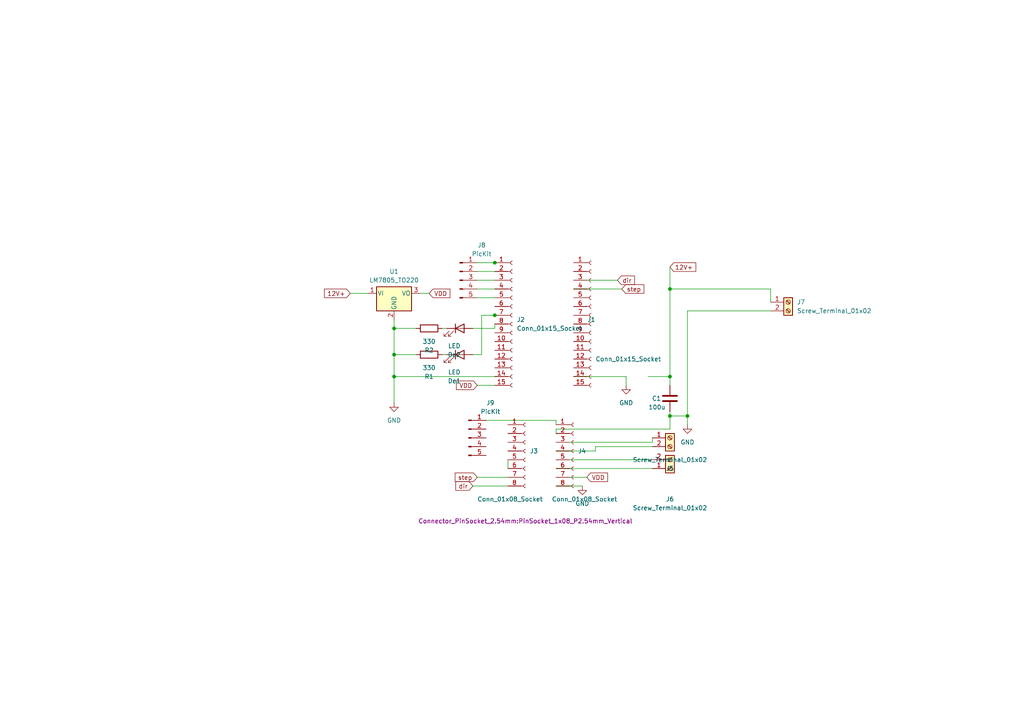
<source format=kicad_sch>
(kicad_sch (version 20230121) (generator eeschema)

  (uuid 48b40963-0e9b-4d77-a4d8-dad81e97b8d5)

  (paper "A4")

  (lib_symbols
    (symbol "Connector:Conn_01x05_Pin" (pin_names (offset 1.016) hide) (in_bom yes) (on_board yes)
      (property "Reference" "J" (at 0 7.62 0)
        (effects (font (size 1.27 1.27)))
      )
      (property "Value" "Conn_01x05_Pin" (at 0 -7.62 0)
        (effects (font (size 1.27 1.27)))
      )
      (property "Footprint" "" (at 0 0 0)
        (effects (font (size 1.27 1.27)) hide)
      )
      (property "Datasheet" "~" (at 0 0 0)
        (effects (font (size 1.27 1.27)) hide)
      )
      (property "ki_locked" "" (at 0 0 0)
        (effects (font (size 1.27 1.27)))
      )
      (property "ki_keywords" "connector" (at 0 0 0)
        (effects (font (size 1.27 1.27)) hide)
      )
      (property "ki_description" "Generic connector, single row, 01x05, script generated" (at 0 0 0)
        (effects (font (size 1.27 1.27)) hide)
      )
      (property "ki_fp_filters" "Connector*:*_1x??_*" (at 0 0 0)
        (effects (font (size 1.27 1.27)) hide)
      )
      (symbol "Conn_01x05_Pin_1_1"
        (polyline
          (pts
            (xy 1.27 -5.08)
            (xy 0.8636 -5.08)
          )
          (stroke (width 0.1524) (type default))
          (fill (type none))
        )
        (polyline
          (pts
            (xy 1.27 -2.54)
            (xy 0.8636 -2.54)
          )
          (stroke (width 0.1524) (type default))
          (fill (type none))
        )
        (polyline
          (pts
            (xy 1.27 0)
            (xy 0.8636 0)
          )
          (stroke (width 0.1524) (type default))
          (fill (type none))
        )
        (polyline
          (pts
            (xy 1.27 2.54)
            (xy 0.8636 2.54)
          )
          (stroke (width 0.1524) (type default))
          (fill (type none))
        )
        (polyline
          (pts
            (xy 1.27 5.08)
            (xy 0.8636 5.08)
          )
          (stroke (width 0.1524) (type default))
          (fill (type none))
        )
        (rectangle (start 0.8636 -4.953) (end 0 -5.207)
          (stroke (width 0.1524) (type default))
          (fill (type outline))
        )
        (rectangle (start 0.8636 -2.413) (end 0 -2.667)
          (stroke (width 0.1524) (type default))
          (fill (type outline))
        )
        (rectangle (start 0.8636 0.127) (end 0 -0.127)
          (stroke (width 0.1524) (type default))
          (fill (type outline))
        )
        (rectangle (start 0.8636 2.667) (end 0 2.413)
          (stroke (width 0.1524) (type default))
          (fill (type outline))
        )
        (rectangle (start 0.8636 5.207) (end 0 4.953)
          (stroke (width 0.1524) (type default))
          (fill (type outline))
        )
        (pin passive line (at 5.08 5.08 180) (length 3.81)
          (name "Pin_1" (effects (font (size 1.27 1.27))))
          (number "1" (effects (font (size 1.27 1.27))))
        )
        (pin passive line (at 5.08 2.54 180) (length 3.81)
          (name "Pin_2" (effects (font (size 1.27 1.27))))
          (number "2" (effects (font (size 1.27 1.27))))
        )
        (pin passive line (at 5.08 0 180) (length 3.81)
          (name "Pin_3" (effects (font (size 1.27 1.27))))
          (number "3" (effects (font (size 1.27 1.27))))
        )
        (pin passive line (at 5.08 -2.54 180) (length 3.81)
          (name "Pin_4" (effects (font (size 1.27 1.27))))
          (number "4" (effects (font (size 1.27 1.27))))
        )
        (pin passive line (at 5.08 -5.08 180) (length 3.81)
          (name "Pin_5" (effects (font (size 1.27 1.27))))
          (number "5" (effects (font (size 1.27 1.27))))
        )
      )
    )
    (symbol "Connector:Conn_01x08_Socket" (pin_names (offset 1.016) hide) (in_bom yes) (on_board yes)
      (property "Reference" "J" (at 0 10.16 0)
        (effects (font (size 1.27 1.27)))
      )
      (property "Value" "Conn_01x08_Socket" (at 0 -12.7 0)
        (effects (font (size 1.27 1.27)))
      )
      (property "Footprint" "" (at 0 0 0)
        (effects (font (size 1.27 1.27)) hide)
      )
      (property "Datasheet" "~" (at 0 0 0)
        (effects (font (size 1.27 1.27)) hide)
      )
      (property "ki_locked" "" (at 0 0 0)
        (effects (font (size 1.27 1.27)))
      )
      (property "ki_keywords" "connector" (at 0 0 0)
        (effects (font (size 1.27 1.27)) hide)
      )
      (property "ki_description" "Generic connector, single row, 01x08, script generated" (at 0 0 0)
        (effects (font (size 1.27 1.27)) hide)
      )
      (property "ki_fp_filters" "Connector*:*_1x??_*" (at 0 0 0)
        (effects (font (size 1.27 1.27)) hide)
      )
      (symbol "Conn_01x08_Socket_1_1"
        (arc (start 0 -9.652) (mid -0.5058 -10.16) (end 0 -10.668)
          (stroke (width 0.1524) (type default))
          (fill (type none))
        )
        (arc (start 0 -7.112) (mid -0.5058 -7.62) (end 0 -8.128)
          (stroke (width 0.1524) (type default))
          (fill (type none))
        )
        (arc (start 0 -4.572) (mid -0.5058 -5.08) (end 0 -5.588)
          (stroke (width 0.1524) (type default))
          (fill (type none))
        )
        (arc (start 0 -2.032) (mid -0.5058 -2.54) (end 0 -3.048)
          (stroke (width 0.1524) (type default))
          (fill (type none))
        )
        (polyline
          (pts
            (xy -1.27 -10.16)
            (xy -0.508 -10.16)
          )
          (stroke (width 0.1524) (type default))
          (fill (type none))
        )
        (polyline
          (pts
            (xy -1.27 -7.62)
            (xy -0.508 -7.62)
          )
          (stroke (width 0.1524) (type default))
          (fill (type none))
        )
        (polyline
          (pts
            (xy -1.27 -5.08)
            (xy -0.508 -5.08)
          )
          (stroke (width 0.1524) (type default))
          (fill (type none))
        )
        (polyline
          (pts
            (xy -1.27 -2.54)
            (xy -0.508 -2.54)
          )
          (stroke (width 0.1524) (type default))
          (fill (type none))
        )
        (polyline
          (pts
            (xy -1.27 0)
            (xy -0.508 0)
          )
          (stroke (width 0.1524) (type default))
          (fill (type none))
        )
        (polyline
          (pts
            (xy -1.27 2.54)
            (xy -0.508 2.54)
          )
          (stroke (width 0.1524) (type default))
          (fill (type none))
        )
        (polyline
          (pts
            (xy -1.27 5.08)
            (xy -0.508 5.08)
          )
          (stroke (width 0.1524) (type default))
          (fill (type none))
        )
        (polyline
          (pts
            (xy -1.27 7.62)
            (xy -0.508 7.62)
          )
          (stroke (width 0.1524) (type default))
          (fill (type none))
        )
        (arc (start 0 0.508) (mid -0.5058 0) (end 0 -0.508)
          (stroke (width 0.1524) (type default))
          (fill (type none))
        )
        (arc (start 0 3.048) (mid -0.5058 2.54) (end 0 2.032)
          (stroke (width 0.1524) (type default))
          (fill (type none))
        )
        (arc (start 0 5.588) (mid -0.5058 5.08) (end 0 4.572)
          (stroke (width 0.1524) (type default))
          (fill (type none))
        )
        (arc (start 0 8.128) (mid -0.5058 7.62) (end 0 7.112)
          (stroke (width 0.1524) (type default))
          (fill (type none))
        )
        (pin passive line (at -5.08 7.62 0) (length 3.81)
          (name "Pin_1" (effects (font (size 1.27 1.27))))
          (number "1" (effects (font (size 1.27 1.27))))
        )
        (pin passive line (at -5.08 5.08 0) (length 3.81)
          (name "Pin_2" (effects (font (size 1.27 1.27))))
          (number "2" (effects (font (size 1.27 1.27))))
        )
        (pin passive line (at -5.08 2.54 0) (length 3.81)
          (name "Pin_3" (effects (font (size 1.27 1.27))))
          (number "3" (effects (font (size 1.27 1.27))))
        )
        (pin passive line (at -5.08 0 0) (length 3.81)
          (name "Pin_4" (effects (font (size 1.27 1.27))))
          (number "4" (effects (font (size 1.27 1.27))))
        )
        (pin passive line (at -5.08 -2.54 0) (length 3.81)
          (name "Pin_5" (effects (font (size 1.27 1.27))))
          (number "5" (effects (font (size 1.27 1.27))))
        )
        (pin passive line (at -5.08 -5.08 0) (length 3.81)
          (name "Pin_6" (effects (font (size 1.27 1.27))))
          (number "6" (effects (font (size 1.27 1.27))))
        )
        (pin passive line (at -5.08 -7.62 0) (length 3.81)
          (name "Pin_7" (effects (font (size 1.27 1.27))))
          (number "7" (effects (font (size 1.27 1.27))))
        )
        (pin passive line (at -5.08 -10.16 0) (length 3.81)
          (name "Pin_8" (effects (font (size 1.27 1.27))))
          (number "8" (effects (font (size 1.27 1.27))))
        )
      )
    )
    (symbol "Connector:Conn_01x15_Socket" (pin_names (offset 1.016) hide) (in_bom yes) (on_board yes)
      (property "Reference" "J" (at 0 20.32 0)
        (effects (font (size 1.27 1.27)))
      )
      (property "Value" "Conn_01x15_Socket" (at 0 -20.32 0)
        (effects (font (size 1.27 1.27)))
      )
      (property "Footprint" "" (at 0 0 0)
        (effects (font (size 1.27 1.27)) hide)
      )
      (property "Datasheet" "~" (at 0 0 0)
        (effects (font (size 1.27 1.27)) hide)
      )
      (property "ki_locked" "" (at 0 0 0)
        (effects (font (size 1.27 1.27)))
      )
      (property "ki_keywords" "connector" (at 0 0 0)
        (effects (font (size 1.27 1.27)) hide)
      )
      (property "ki_description" "Generic connector, single row, 01x15, script generated" (at 0 0 0)
        (effects (font (size 1.27 1.27)) hide)
      )
      (property "ki_fp_filters" "Connector*:*_1x??_*" (at 0 0 0)
        (effects (font (size 1.27 1.27)) hide)
      )
      (symbol "Conn_01x15_Socket_1_1"
        (arc (start 0 -17.272) (mid -0.5058 -17.78) (end 0 -18.288)
          (stroke (width 0.1524) (type default))
          (fill (type none))
        )
        (arc (start 0 -14.732) (mid -0.5058 -15.24) (end 0 -15.748)
          (stroke (width 0.1524) (type default))
          (fill (type none))
        )
        (arc (start 0 -12.192) (mid -0.5058 -12.7) (end 0 -13.208)
          (stroke (width 0.1524) (type default))
          (fill (type none))
        )
        (arc (start 0 -9.652) (mid -0.5058 -10.16) (end 0 -10.668)
          (stroke (width 0.1524) (type default))
          (fill (type none))
        )
        (arc (start 0 -7.112) (mid -0.5058 -7.62) (end 0 -8.128)
          (stroke (width 0.1524) (type default))
          (fill (type none))
        )
        (arc (start 0 -4.572) (mid -0.5058 -5.08) (end 0 -5.588)
          (stroke (width 0.1524) (type default))
          (fill (type none))
        )
        (arc (start 0 -2.032) (mid -0.5058 -2.54) (end 0 -3.048)
          (stroke (width 0.1524) (type default))
          (fill (type none))
        )
        (polyline
          (pts
            (xy -1.27 -17.78)
            (xy -0.508 -17.78)
          )
          (stroke (width 0.1524) (type default))
          (fill (type none))
        )
        (polyline
          (pts
            (xy -1.27 -15.24)
            (xy -0.508 -15.24)
          )
          (stroke (width 0.1524) (type default))
          (fill (type none))
        )
        (polyline
          (pts
            (xy -1.27 -12.7)
            (xy -0.508 -12.7)
          )
          (stroke (width 0.1524) (type default))
          (fill (type none))
        )
        (polyline
          (pts
            (xy -1.27 -10.16)
            (xy -0.508 -10.16)
          )
          (stroke (width 0.1524) (type default))
          (fill (type none))
        )
        (polyline
          (pts
            (xy -1.27 -7.62)
            (xy -0.508 -7.62)
          )
          (stroke (width 0.1524) (type default))
          (fill (type none))
        )
        (polyline
          (pts
            (xy -1.27 -5.08)
            (xy -0.508 -5.08)
          )
          (stroke (width 0.1524) (type default))
          (fill (type none))
        )
        (polyline
          (pts
            (xy -1.27 -2.54)
            (xy -0.508 -2.54)
          )
          (stroke (width 0.1524) (type default))
          (fill (type none))
        )
        (polyline
          (pts
            (xy -1.27 0)
            (xy -0.508 0)
          )
          (stroke (width 0.1524) (type default))
          (fill (type none))
        )
        (polyline
          (pts
            (xy -1.27 2.54)
            (xy -0.508 2.54)
          )
          (stroke (width 0.1524) (type default))
          (fill (type none))
        )
        (polyline
          (pts
            (xy -1.27 5.08)
            (xy -0.508 5.08)
          )
          (stroke (width 0.1524) (type default))
          (fill (type none))
        )
        (polyline
          (pts
            (xy -1.27 7.62)
            (xy -0.508 7.62)
          )
          (stroke (width 0.1524) (type default))
          (fill (type none))
        )
        (polyline
          (pts
            (xy -1.27 10.16)
            (xy -0.508 10.16)
          )
          (stroke (width 0.1524) (type default))
          (fill (type none))
        )
        (polyline
          (pts
            (xy -1.27 12.7)
            (xy -0.508 12.7)
          )
          (stroke (width 0.1524) (type default))
          (fill (type none))
        )
        (polyline
          (pts
            (xy -1.27 15.24)
            (xy -0.508 15.24)
          )
          (stroke (width 0.1524) (type default))
          (fill (type none))
        )
        (polyline
          (pts
            (xy -1.27 17.78)
            (xy -0.508 17.78)
          )
          (stroke (width 0.1524) (type default))
          (fill (type none))
        )
        (arc (start 0 0.508) (mid -0.5058 0) (end 0 -0.508)
          (stroke (width 0.1524) (type default))
          (fill (type none))
        )
        (arc (start 0 3.048) (mid -0.5058 2.54) (end 0 2.032)
          (stroke (width 0.1524) (type default))
          (fill (type none))
        )
        (arc (start 0 5.588) (mid -0.5058 5.08) (end 0 4.572)
          (stroke (width 0.1524) (type default))
          (fill (type none))
        )
        (arc (start 0 8.128) (mid -0.5058 7.62) (end 0 7.112)
          (stroke (width 0.1524) (type default))
          (fill (type none))
        )
        (arc (start 0 10.668) (mid -0.5058 10.16) (end 0 9.652)
          (stroke (width 0.1524) (type default))
          (fill (type none))
        )
        (arc (start 0 13.208) (mid -0.5058 12.7) (end 0 12.192)
          (stroke (width 0.1524) (type default))
          (fill (type none))
        )
        (arc (start 0 15.748) (mid -0.5058 15.24) (end 0 14.732)
          (stroke (width 0.1524) (type default))
          (fill (type none))
        )
        (arc (start 0 18.288) (mid -0.5058 17.78) (end 0 17.272)
          (stroke (width 0.1524) (type default))
          (fill (type none))
        )
        (pin passive line (at -5.08 17.78 0) (length 3.81)
          (name "Pin_1" (effects (font (size 1.27 1.27))))
          (number "1" (effects (font (size 1.27 1.27))))
        )
        (pin passive line (at -5.08 -5.08 0) (length 3.81)
          (name "Pin_10" (effects (font (size 1.27 1.27))))
          (number "10" (effects (font (size 1.27 1.27))))
        )
        (pin passive line (at -5.08 -7.62 0) (length 3.81)
          (name "Pin_11" (effects (font (size 1.27 1.27))))
          (number "11" (effects (font (size 1.27 1.27))))
        )
        (pin passive line (at -5.08 -10.16 0) (length 3.81)
          (name "Pin_12" (effects (font (size 1.27 1.27))))
          (number "12" (effects (font (size 1.27 1.27))))
        )
        (pin passive line (at -5.08 -12.7 0) (length 3.81)
          (name "Pin_13" (effects (font (size 1.27 1.27))))
          (number "13" (effects (font (size 1.27 1.27))))
        )
        (pin passive line (at -5.08 -15.24 0) (length 3.81)
          (name "Pin_14" (effects (font (size 1.27 1.27))))
          (number "14" (effects (font (size 1.27 1.27))))
        )
        (pin passive line (at -5.08 -17.78 0) (length 3.81)
          (name "Pin_15" (effects (font (size 1.27 1.27))))
          (number "15" (effects (font (size 1.27 1.27))))
        )
        (pin passive line (at -5.08 15.24 0) (length 3.81)
          (name "Pin_2" (effects (font (size 1.27 1.27))))
          (number "2" (effects (font (size 1.27 1.27))))
        )
        (pin passive line (at -5.08 12.7 0) (length 3.81)
          (name "Pin_3" (effects (font (size 1.27 1.27))))
          (number "3" (effects (font (size 1.27 1.27))))
        )
        (pin passive line (at -5.08 10.16 0) (length 3.81)
          (name "Pin_4" (effects (font (size 1.27 1.27))))
          (number "4" (effects (font (size 1.27 1.27))))
        )
        (pin passive line (at -5.08 7.62 0) (length 3.81)
          (name "Pin_5" (effects (font (size 1.27 1.27))))
          (number "5" (effects (font (size 1.27 1.27))))
        )
        (pin passive line (at -5.08 5.08 0) (length 3.81)
          (name "Pin_6" (effects (font (size 1.27 1.27))))
          (number "6" (effects (font (size 1.27 1.27))))
        )
        (pin passive line (at -5.08 2.54 0) (length 3.81)
          (name "Pin_7" (effects (font (size 1.27 1.27))))
          (number "7" (effects (font (size 1.27 1.27))))
        )
        (pin passive line (at -5.08 0 0) (length 3.81)
          (name "Pin_8" (effects (font (size 1.27 1.27))))
          (number "8" (effects (font (size 1.27 1.27))))
        )
        (pin passive line (at -5.08 -2.54 0) (length 3.81)
          (name "Pin_9" (effects (font (size 1.27 1.27))))
          (number "9" (effects (font (size 1.27 1.27))))
        )
      )
    )
    (symbol "Connector:Screw_Terminal_01x02" (pin_names (offset 1.016) hide) (in_bom yes) (on_board yes)
      (property "Reference" "J" (at 0 2.54 0)
        (effects (font (size 1.27 1.27)))
      )
      (property "Value" "Screw_Terminal_01x02" (at 0 -5.08 0)
        (effects (font (size 1.27 1.27)))
      )
      (property "Footprint" "" (at 0 0 0)
        (effects (font (size 1.27 1.27)) hide)
      )
      (property "Datasheet" "~" (at 0 0 0)
        (effects (font (size 1.27 1.27)) hide)
      )
      (property "ki_keywords" "screw terminal" (at 0 0 0)
        (effects (font (size 1.27 1.27)) hide)
      )
      (property "ki_description" "Generic screw terminal, single row, 01x02, script generated (kicad-library-utils/schlib/autogen/connector/)" (at 0 0 0)
        (effects (font (size 1.27 1.27)) hide)
      )
      (property "ki_fp_filters" "TerminalBlock*:*" (at 0 0 0)
        (effects (font (size 1.27 1.27)) hide)
      )
      (symbol "Screw_Terminal_01x02_1_1"
        (rectangle (start -1.27 1.27) (end 1.27 -3.81)
          (stroke (width 0.254) (type default))
          (fill (type background))
        )
        (circle (center 0 -2.54) (radius 0.635)
          (stroke (width 0.1524) (type default))
          (fill (type none))
        )
        (polyline
          (pts
            (xy -0.5334 -2.2098)
            (xy 0.3302 -3.048)
          )
          (stroke (width 0.1524) (type default))
          (fill (type none))
        )
        (polyline
          (pts
            (xy -0.5334 0.3302)
            (xy 0.3302 -0.508)
          )
          (stroke (width 0.1524) (type default))
          (fill (type none))
        )
        (polyline
          (pts
            (xy -0.3556 -2.032)
            (xy 0.508 -2.8702)
          )
          (stroke (width 0.1524) (type default))
          (fill (type none))
        )
        (polyline
          (pts
            (xy -0.3556 0.508)
            (xy 0.508 -0.3302)
          )
          (stroke (width 0.1524) (type default))
          (fill (type none))
        )
        (circle (center 0 0) (radius 0.635)
          (stroke (width 0.1524) (type default))
          (fill (type none))
        )
        (pin passive line (at -5.08 0 0) (length 3.81)
          (name "Pin_1" (effects (font (size 1.27 1.27))))
          (number "1" (effects (font (size 1.27 1.27))))
        )
        (pin passive line (at -5.08 -2.54 0) (length 3.81)
          (name "Pin_2" (effects (font (size 1.27 1.27))))
          (number "2" (effects (font (size 1.27 1.27))))
        )
      )
    )
    (symbol "Device:C" (pin_numbers hide) (pin_names (offset 0.254)) (in_bom yes) (on_board yes)
      (property "Reference" "C" (at 0.635 2.54 0)
        (effects (font (size 1.27 1.27)) (justify left))
      )
      (property "Value" "C" (at 0.635 -2.54 0)
        (effects (font (size 1.27 1.27)) (justify left))
      )
      (property "Footprint" "" (at 0.9652 -3.81 0)
        (effects (font (size 1.27 1.27)) hide)
      )
      (property "Datasheet" "~" (at 0 0 0)
        (effects (font (size 1.27 1.27)) hide)
      )
      (property "ki_keywords" "cap capacitor" (at 0 0 0)
        (effects (font (size 1.27 1.27)) hide)
      )
      (property "ki_description" "Unpolarized capacitor" (at 0 0 0)
        (effects (font (size 1.27 1.27)) hide)
      )
      (property "ki_fp_filters" "C_*" (at 0 0 0)
        (effects (font (size 1.27 1.27)) hide)
      )
      (symbol "C_0_1"
        (polyline
          (pts
            (xy -2.032 -0.762)
            (xy 2.032 -0.762)
          )
          (stroke (width 0.508) (type default))
          (fill (type none))
        )
        (polyline
          (pts
            (xy -2.032 0.762)
            (xy 2.032 0.762)
          )
          (stroke (width 0.508) (type default))
          (fill (type none))
        )
      )
      (symbol "C_1_1"
        (pin passive line (at 0 3.81 270) (length 2.794)
          (name "~" (effects (font (size 1.27 1.27))))
          (number "1" (effects (font (size 1.27 1.27))))
        )
        (pin passive line (at 0 -3.81 90) (length 2.794)
          (name "~" (effects (font (size 1.27 1.27))))
          (number "2" (effects (font (size 1.27 1.27))))
        )
      )
    )
    (symbol "Device:LED" (pin_numbers hide) (pin_names (offset 1.016) hide) (in_bom yes) (on_board yes)
      (property "Reference" "D" (at 0 2.54 0)
        (effects (font (size 1.27 1.27)))
      )
      (property "Value" "LED" (at 0 -2.54 0)
        (effects (font (size 1.27 1.27)))
      )
      (property "Footprint" "" (at 0 0 0)
        (effects (font (size 1.27 1.27)) hide)
      )
      (property "Datasheet" "~" (at 0 0 0)
        (effects (font (size 1.27 1.27)) hide)
      )
      (property "ki_keywords" "LED diode" (at 0 0 0)
        (effects (font (size 1.27 1.27)) hide)
      )
      (property "ki_description" "Light emitting diode" (at 0 0 0)
        (effects (font (size 1.27 1.27)) hide)
      )
      (property "ki_fp_filters" "LED* LED_SMD:* LED_THT:*" (at 0 0 0)
        (effects (font (size 1.27 1.27)) hide)
      )
      (symbol "LED_0_1"
        (polyline
          (pts
            (xy -1.27 -1.27)
            (xy -1.27 1.27)
          )
          (stroke (width 0.254) (type default))
          (fill (type none))
        )
        (polyline
          (pts
            (xy -1.27 0)
            (xy 1.27 0)
          )
          (stroke (width 0) (type default))
          (fill (type none))
        )
        (polyline
          (pts
            (xy 1.27 -1.27)
            (xy 1.27 1.27)
            (xy -1.27 0)
            (xy 1.27 -1.27)
          )
          (stroke (width 0.254) (type default))
          (fill (type none))
        )
        (polyline
          (pts
            (xy -3.048 -0.762)
            (xy -4.572 -2.286)
            (xy -3.81 -2.286)
            (xy -4.572 -2.286)
            (xy -4.572 -1.524)
          )
          (stroke (width 0) (type default))
          (fill (type none))
        )
        (polyline
          (pts
            (xy -1.778 -0.762)
            (xy -3.302 -2.286)
            (xy -2.54 -2.286)
            (xy -3.302 -2.286)
            (xy -3.302 -1.524)
          )
          (stroke (width 0) (type default))
          (fill (type none))
        )
      )
      (symbol "LED_1_1"
        (pin passive line (at -3.81 0 0) (length 2.54)
          (name "K" (effects (font (size 1.27 1.27))))
          (number "1" (effects (font (size 1.27 1.27))))
        )
        (pin passive line (at 3.81 0 180) (length 2.54)
          (name "A" (effects (font (size 1.27 1.27))))
          (number "2" (effects (font (size 1.27 1.27))))
        )
      )
    )
    (symbol "Device:R" (pin_numbers hide) (pin_names (offset 0)) (in_bom yes) (on_board yes)
      (property "Reference" "R" (at 2.032 0 90)
        (effects (font (size 1.27 1.27)))
      )
      (property "Value" "R" (at 0 0 90)
        (effects (font (size 1.27 1.27)))
      )
      (property "Footprint" "" (at -1.778 0 90)
        (effects (font (size 1.27 1.27)) hide)
      )
      (property "Datasheet" "~" (at 0 0 0)
        (effects (font (size 1.27 1.27)) hide)
      )
      (property "ki_keywords" "R res resistor" (at 0 0 0)
        (effects (font (size 1.27 1.27)) hide)
      )
      (property "ki_description" "Resistor" (at 0 0 0)
        (effects (font (size 1.27 1.27)) hide)
      )
      (property "ki_fp_filters" "R_*" (at 0 0 0)
        (effects (font (size 1.27 1.27)) hide)
      )
      (symbol "R_0_1"
        (rectangle (start -1.016 -2.54) (end 1.016 2.54)
          (stroke (width 0.254) (type default))
          (fill (type none))
        )
      )
      (symbol "R_1_1"
        (pin passive line (at 0 3.81 270) (length 1.27)
          (name "~" (effects (font (size 1.27 1.27))))
          (number "1" (effects (font (size 1.27 1.27))))
        )
        (pin passive line (at 0 -3.81 90) (length 1.27)
          (name "~" (effects (font (size 1.27 1.27))))
          (number "2" (effects (font (size 1.27 1.27))))
        )
      )
    )
    (symbol "Regulator_Linear:LM7805_TO220" (pin_names (offset 0.254)) (in_bom yes) (on_board yes)
      (property "Reference" "U" (at -3.81 3.175 0)
        (effects (font (size 1.27 1.27)))
      )
      (property "Value" "LM7805_TO220" (at 0 3.175 0)
        (effects (font (size 1.27 1.27)) (justify left))
      )
      (property "Footprint" "Package_TO_SOT_THT:TO-220-3_Vertical" (at 0 5.715 0)
        (effects (font (size 1.27 1.27) italic) hide)
      )
      (property "Datasheet" "https://www.onsemi.cn/PowerSolutions/document/MC7800-D.PDF" (at 0 -1.27 0)
        (effects (font (size 1.27 1.27)) hide)
      )
      (property "ki_keywords" "Voltage Regulator 1A Positive" (at 0 0 0)
        (effects (font (size 1.27 1.27)) hide)
      )
      (property "ki_description" "Positive 1A 35V Linear Regulator, Fixed Output 5V, TO-220" (at 0 0 0)
        (effects (font (size 1.27 1.27)) hide)
      )
      (property "ki_fp_filters" "TO?220*" (at 0 0 0)
        (effects (font (size 1.27 1.27)) hide)
      )
      (symbol "LM7805_TO220_0_1"
        (rectangle (start -5.08 1.905) (end 5.08 -5.08)
          (stroke (width 0.254) (type default))
          (fill (type background))
        )
      )
      (symbol "LM7805_TO220_1_1"
        (pin power_in line (at -7.62 0 0) (length 2.54)
          (name "VI" (effects (font (size 1.27 1.27))))
          (number "1" (effects (font (size 1.27 1.27))))
        )
        (pin power_in line (at 0 -7.62 90) (length 2.54)
          (name "GND" (effects (font (size 1.27 1.27))))
          (number "2" (effects (font (size 1.27 1.27))))
        )
        (pin power_out line (at 7.62 0 180) (length 2.54)
          (name "VO" (effects (font (size 1.27 1.27))))
          (number "3" (effects (font (size 1.27 1.27))))
        )
      )
    )
    (symbol "power:GND" (power) (pin_names (offset 0)) (in_bom yes) (on_board yes)
      (property "Reference" "#PWR" (at 0 -6.35 0)
        (effects (font (size 1.27 1.27)) hide)
      )
      (property "Value" "GND" (at 0 -3.81 0)
        (effects (font (size 1.27 1.27)))
      )
      (property "Footprint" "" (at 0 0 0)
        (effects (font (size 1.27 1.27)) hide)
      )
      (property "Datasheet" "" (at 0 0 0)
        (effects (font (size 1.27 1.27)) hide)
      )
      (property "ki_keywords" "global power" (at 0 0 0)
        (effects (font (size 1.27 1.27)) hide)
      )
      (property "ki_description" "Power symbol creates a global label with name \"GND\" , ground" (at 0 0 0)
        (effects (font (size 1.27 1.27)) hide)
      )
      (symbol "GND_0_1"
        (polyline
          (pts
            (xy 0 0)
            (xy 0 -1.27)
            (xy 1.27 -1.27)
            (xy 0 -2.54)
            (xy -1.27 -1.27)
            (xy 0 -1.27)
          )
          (stroke (width 0) (type default))
          (fill (type none))
        )
      )
      (symbol "GND_1_1"
        (pin power_in line (at 0 0 270) (length 0) hide
          (name "GND" (effects (font (size 1.27 1.27))))
          (number "1" (effects (font (size 1.27 1.27))))
        )
      )
    )
  )

  (junction (at 114.3 95.25) (diameter 0) (color 0 0 0 0)
    (uuid 0eff3c25-bc88-4ef5-a787-040dc6d2f702)
  )
  (junction (at 114.3 109.22) (diameter 0) (color 0 0 0 0)
    (uuid 5f122fa5-892d-4a9a-a672-6ff2d85fa741)
  )
  (junction (at 194.31 83.82) (diameter 0) (color 0 0 0 0)
    (uuid 8b13cb51-69ea-4cf1-a257-ad24823b284f)
  )
  (junction (at 114.3 102.87) (diameter 0) (color 0 0 0 0)
    (uuid 8e1a60e6-6328-4a57-9cfb-d40d247eebc3)
  )
  (junction (at 199.39 120.65) (diameter 0) (color 0 0 0 0)
    (uuid a8db849c-db13-4715-966b-5aa3019e0ba2)
  )
  (junction (at 143.51 91.44) (diameter 0) (color 0 0 0 0)
    (uuid d19cd1d8-e238-4a1b-9746-f52c6e4e12a2)
  )
  (junction (at 194.31 120.65) (diameter 0) (color 0 0 0 0)
    (uuid dc5751aa-7b8a-4c38-9f00-b252ba7f0130)
  )
  (junction (at 194.31 109.22) (diameter 0) (color 0 0 0 0)
    (uuid e7854932-99f9-4f29-9a79-5d2c4148c50e)
  )
  (junction (at 143.51 76.2) (diameter 0) (color 0 0 0 0)
    (uuid fb8c9b1a-1cbd-4909-af60-9a2f0fdcb1ec)
  )

  (wire (pts (xy 129.54 95.25) (xy 128.27 95.25))
    (stroke (width 0) (type default))
    (uuid 0000dd32-1485-44c9-b474-ee19f6b22d5f)
  )
  (wire (pts (xy 101.6 85.09) (xy 106.68 85.09))
    (stroke (width 0) (type default))
    (uuid 0aaa54b9-e8c7-49d5-87a4-78f20fa40bbb)
  )
  (wire (pts (xy 138.43 81.28) (xy 143.51 81.28))
    (stroke (width 0) (type default))
    (uuid 0b502d15-7131-4c27-a1dd-d1e1f62bc904)
  )
  (wire (pts (xy 223.52 83.82) (xy 223.52 87.63))
    (stroke (width 0) (type default))
    (uuid 0c8daea4-9c66-44bb-913e-b94431c1c658)
  )
  (wire (pts (xy 189.23 129.54) (xy 172.72 129.54))
    (stroke (width 0) (type default))
    (uuid 137a1ab8-8c9c-4f4f-b65a-4674d465cff5)
  )
  (wire (pts (xy 138.43 111.76) (xy 143.51 111.76))
    (stroke (width 0) (type default))
    (uuid 141fa097-4818-46db-94c6-b96fc8f87db8)
  )
  (wire (pts (xy 143.51 91.44) (xy 139.7 91.44))
    (stroke (width 0) (type default))
    (uuid 17a9d7e4-bc57-41c1-bbb8-7c1885ef4492)
  )
  (wire (pts (xy 138.43 86.36) (xy 143.51 86.36))
    (stroke (width 0) (type default))
    (uuid 19beb725-5f50-4598-b34b-ed21d09e9b21)
  )
  (wire (pts (xy 114.3 95.25) (xy 114.3 102.87))
    (stroke (width 0) (type default))
    (uuid 1d5db1d5-3b7c-4124-ac52-549eff2ef5c3)
  )
  (wire (pts (xy 189.23 128.27) (xy 189.23 127))
    (stroke (width 0) (type default))
    (uuid 24500fe0-ddaa-4431-8c05-dc360e05fa4c)
  )
  (wire (pts (xy 166.37 83.82) (xy 180.34 83.82))
    (stroke (width 0) (type default))
    (uuid 276fb727-e2fd-4ef9-a958-aaa18ee890a5)
  )
  (wire (pts (xy 161.29 124.46) (xy 194.31 124.46))
    (stroke (width 0) (type default))
    (uuid 292dd0bc-109f-4dd9-a786-d5121f422f6d)
  )
  (wire (pts (xy 114.3 92.71) (xy 114.3 95.25))
    (stroke (width 0) (type default))
    (uuid 2a48b587-115d-45d4-b6a9-5f89618e5533)
  )
  (wire (pts (xy 114.3 102.87) (xy 120.65 102.87))
    (stroke (width 0) (type default))
    (uuid 2ad62306-ee4e-4f0b-bea1-4f2e28c32a77)
  )
  (wire (pts (xy 161.29 135.89) (xy 189.23 135.89))
    (stroke (width 0) (type default))
    (uuid 2aef3960-2f03-4457-abc2-b7f305e819a9)
  )
  (wire (pts (xy 143.51 76.2) (xy 144.78 76.2))
    (stroke (width 0) (type default))
    (uuid 3348c57d-7d74-4f87-8ecc-e57da1cf2cb1)
  )
  (wire (pts (xy 161.29 123.19) (xy 161.29 121.92))
    (stroke (width 0) (type default))
    (uuid 3a67e8c3-4435-400e-8669-3e8cfe5614fa)
  )
  (wire (pts (xy 161.29 138.43) (xy 170.18 138.43))
    (stroke (width 0) (type default))
    (uuid 3d84e396-fea5-42aa-9af9-1d8f2f3680d8)
  )
  (wire (pts (xy 194.31 119.38) (xy 194.31 120.65))
    (stroke (width 0) (type default))
    (uuid 3e117867-abeb-4270-bafd-9842b643e512)
  )
  (wire (pts (xy 194.31 77.47) (xy 194.31 83.82))
    (stroke (width 0) (type default))
    (uuid 434596db-a567-45b0-813c-a3930672cde3)
  )
  (wire (pts (xy 139.7 91.44) (xy 139.7 102.87))
    (stroke (width 0) (type default))
    (uuid 45f5afc8-fd7c-4952-bec9-c7ce8f3c3949)
  )
  (wire (pts (xy 181.61 109.22) (xy 181.61 111.76))
    (stroke (width 0) (type default))
    (uuid 521f57d9-5c67-4fce-bc40-042c20dfbdc1)
  )
  (wire (pts (xy 147.32 138.43) (xy 138.43 138.43))
    (stroke (width 0) (type default))
    (uuid 53169440-b264-4cc2-9087-81e13bb1d739)
  )
  (wire (pts (xy 137.16 102.87) (xy 139.7 102.87))
    (stroke (width 0) (type default))
    (uuid 5352d394-15e2-4927-b56d-5bb48369ba73)
  )
  (wire (pts (xy 199.39 120.65) (xy 194.31 120.65))
    (stroke (width 0) (type default))
    (uuid 5b5dabef-cf60-4f65-9c3f-1b30dcf48b09)
  )
  (wire (pts (xy 147.32 140.97) (xy 137.16 140.97))
    (stroke (width 0) (type default))
    (uuid 5ffbfd43-f79c-4546-b041-c2717b2b60b9)
  )
  (wire (pts (xy 147.32 133.35) (xy 147.32 135.89))
    (stroke (width 0) (type default))
    (uuid 61e21f43-012f-4734-99ea-3bb856050028)
  )
  (wire (pts (xy 166.37 109.22) (xy 181.61 109.22))
    (stroke (width 0) (type default))
    (uuid 63c2bb18-c085-4ce1-a4b9-a372f1d3d3c0)
  )
  (wire (pts (xy 138.43 78.74) (xy 143.51 78.74))
    (stroke (width 0) (type default))
    (uuid 6bc3e589-57c6-46bb-bb7b-eaff35ccd953)
  )
  (wire (pts (xy 143.51 95.25) (xy 143.51 93.98))
    (stroke (width 0) (type default))
    (uuid 7398587e-8177-4b1c-8cdb-624e5aedd868)
  )
  (wire (pts (xy 121.92 85.09) (xy 124.46 85.09))
    (stroke (width 0) (type default))
    (uuid 7d1f7b15-e3a2-47fe-ae86-549553899079)
  )
  (wire (pts (xy 161.29 133.35) (xy 189.23 133.35))
    (stroke (width 0) (type default))
    (uuid 83d10c89-ed49-4258-8118-7bff8e12f01e)
  )
  (wire (pts (xy 144.78 91.44) (xy 143.51 91.44))
    (stroke (width 0) (type default))
    (uuid 88999be6-8e91-407e-88d3-c3bdd8c64340)
  )
  (wire (pts (xy 194.31 83.82) (xy 223.52 83.82))
    (stroke (width 0) (type default))
    (uuid 95992b90-2d35-422b-9377-33bf3ed8a035)
  )
  (wire (pts (xy 114.3 102.87) (xy 114.3 109.22))
    (stroke (width 0) (type default))
    (uuid 98229aee-d15d-4771-adb7-8f1a9d03354b)
  )
  (wire (pts (xy 138.43 76.2) (xy 143.51 76.2))
    (stroke (width 0) (type default))
    (uuid 9a708644-a195-4c0d-a976-ae9496e83e91)
  )
  (wire (pts (xy 172.72 129.54) (xy 172.72 130.81))
    (stroke (width 0) (type default))
    (uuid a0d4700c-1b88-4b04-8196-fd924e7b14d7)
  )
  (wire (pts (xy 161.29 130.81) (xy 172.72 130.81))
    (stroke (width 0) (type default))
    (uuid a3b2b4c5-52a2-42bd-9422-ad98cf1ecc0c)
  )
  (wire (pts (xy 223.52 90.17) (xy 199.39 90.17))
    (stroke (width 0) (type default))
    (uuid a591fb12-b0ab-465e-a3ff-aa40b094f9c9)
  )
  (wire (pts (xy 166.37 81.28) (xy 179.07 81.28))
    (stroke (width 0) (type default))
    (uuid a659cec6-4e8a-4b1a-866d-f2a7db585f89)
  )
  (wire (pts (xy 161.29 124.46) (xy 161.29 125.73))
    (stroke (width 0) (type default))
    (uuid ac0edd87-fcf6-4871-94a2-0865a28c6235)
  )
  (wire (pts (xy 187.96 109.22) (xy 194.31 109.22))
    (stroke (width 0) (type default))
    (uuid b1215b3b-e3d0-4cd3-8463-31aa5814c644)
  )
  (wire (pts (xy 137.16 95.25) (xy 143.51 95.25))
    (stroke (width 0) (type default))
    (uuid b8ee4eac-6684-40d8-b057-5cd9542c59dd)
  )
  (wire (pts (xy 114.3 109.22) (xy 114.3 116.84))
    (stroke (width 0) (type default))
    (uuid bbaa3382-0a62-489a-9381-b71755e3c936)
  )
  (wire (pts (xy 161.29 140.97) (xy 168.91 140.97))
    (stroke (width 0) (type default))
    (uuid c5d183d8-1950-4969-8fe6-bd8f323fc755)
  )
  (wire (pts (xy 138.43 83.82) (xy 143.51 83.82))
    (stroke (width 0) (type default))
    (uuid c732e0da-0895-430b-a045-957c6661b36b)
  )
  (wire (pts (xy 114.3 95.25) (xy 120.65 95.25))
    (stroke (width 0) (type default))
    (uuid cc392bcb-39c6-4b9e-9dcb-81768c96ccd9)
  )
  (wire (pts (xy 194.31 120.65) (xy 194.31 124.46))
    (stroke (width 0) (type default))
    (uuid ceb11d86-0aea-4cb5-90f0-87ff061e40dc)
  )
  (wire (pts (xy 199.39 90.17) (xy 199.39 120.65))
    (stroke (width 0) (type default))
    (uuid d59362ee-6c51-48b9-8e5b-faf9474038c0)
  )
  (wire (pts (xy 161.29 121.92) (xy 140.97 121.92))
    (stroke (width 0) (type default))
    (uuid d7637d56-5d22-4d10-a70c-686158d3e699)
  )
  (wire (pts (xy 194.31 109.22) (xy 194.31 111.76))
    (stroke (width 0) (type default))
    (uuid d9b374ca-1dd5-42c4-89f6-b25fe206443e)
  )
  (wire (pts (xy 199.39 120.65) (xy 199.39 123.19))
    (stroke (width 0) (type default))
    (uuid d9b98b66-08f0-4ed6-b003-95988a4de1fa)
  )
  (wire (pts (xy 114.3 109.22) (xy 143.51 109.22))
    (stroke (width 0) (type default))
    (uuid e234c81f-a571-4755-9dcb-4062f6e3d229)
  )
  (wire (pts (xy 194.31 83.82) (xy 194.31 109.22))
    (stroke (width 0) (type default))
    (uuid e45044ac-a381-42ec-a7ea-3f60cacbccf5)
  )
  (wire (pts (xy 161.29 128.27) (xy 189.23 128.27))
    (stroke (width 0) (type default))
    (uuid f6056b1a-734c-48ca-98a5-eda48e23e2e3)
  )
  (wire (pts (xy 129.54 102.87) (xy 128.27 102.87))
    (stroke (width 0) (type default))
    (uuid fe75173d-ef80-4f5c-839f-38572375fa93)
  )

  (global_label "step" (shape input) (at 138.43 138.43 180) (fields_autoplaced)
    (effects (font (size 1.27 1.27)) (justify right))
    (uuid 152cab02-797a-49cd-8e69-db833ab27836)
    (property "Intersheetrefs" "${INTERSHEET_REFS}" (at 131.5328 138.43 0)
      (effects (font (size 1.27 1.27)) (justify right) hide)
    )
  )
  (global_label "dir" (shape input) (at 179.07 81.28 0) (fields_autoplaced)
    (effects (font (size 1.27 1.27)) (justify left))
    (uuid 1e149195-30a5-4f51-9050-8016b0273e91)
    (property "Intersheetrefs" "${INTERSHEET_REFS}" (at 184.5158 81.28 0)
      (effects (font (size 1.27 1.27)) (justify left) hide)
    )
  )
  (global_label "dir" (shape input) (at 137.16 140.97 180) (fields_autoplaced)
    (effects (font (size 1.27 1.27)) (justify right))
    (uuid 2c0477f1-955f-4681-971f-0575d936d2c8)
    (property "Intersheetrefs" "${INTERSHEET_REFS}" (at 131.7142 140.97 0)
      (effects (font (size 1.27 1.27)) (justify right) hide)
    )
  )
  (global_label "12V+" (shape input) (at 101.6 85.09 180) (fields_autoplaced)
    (effects (font (size 1.27 1.27)) (justify right))
    (uuid 81138dc8-00a0-4dad-b58b-9b54040e91cc)
    (property "Intersheetrefs" "${INTERSHEET_REFS}" (at 93.6142 85.09 0)
      (effects (font (size 1.27 1.27)) (justify right) hide)
    )
  )
  (global_label "VDD" (shape input) (at 170.18 138.43 0) (fields_autoplaced)
    (effects (font (size 1.27 1.27)) (justify left))
    (uuid a581f21f-dbdc-4927-ba61-84313d00b55d)
    (property "Intersheetrefs" "${INTERSHEET_REFS}" (at 176.7144 138.43 0)
      (effects (font (size 1.27 1.27)) (justify left) hide)
    )
  )
  (global_label "12V+" (shape input) (at 194.31 77.47 0) (fields_autoplaced)
    (effects (font (size 1.27 1.27)) (justify left))
    (uuid bcb4169d-47ee-437e-99de-d493672a553b)
    (property "Intersheetrefs" "${INTERSHEET_REFS}" (at 202.2958 77.47 0)
      (effects (font (size 1.27 1.27)) (justify left) hide)
    )
  )
  (global_label "VDD" (shape input) (at 124.46 85.09 0) (fields_autoplaced)
    (effects (font (size 1.27 1.27)) (justify left))
    (uuid d615ffdc-c449-4b9f-9e33-4f41eab50469)
    (property "Intersheetrefs" "${INTERSHEET_REFS}" (at 130.9944 85.09 0)
      (effects (font (size 1.27 1.27)) (justify left) hide)
    )
  )
  (global_label "step" (shape input) (at 180.34 83.82 0) (fields_autoplaced)
    (effects (font (size 1.27 1.27)) (justify left))
    (uuid e462d14b-e065-483c-80ee-f61586d82d18)
    (property "Intersheetrefs" "${INTERSHEET_REFS}" (at 187.2372 83.82 0)
      (effects (font (size 1.27 1.27)) (justify left) hide)
    )
  )
  (global_label "VDD" (shape input) (at 138.43 111.76 180) (fields_autoplaced)
    (effects (font (size 1.27 1.27)) (justify right))
    (uuid f1c103db-8ad8-43c9-a1ca-816bc74ef497)
    (property "Intersheetrefs" "${INTERSHEET_REFS}" (at 131.8956 111.76 0)
      (effects (font (size 1.27 1.27)) (justify right) hide)
    )
  )

  (symbol (lib_id "power:GND") (at 114.3 116.84 0) (unit 1)
    (in_bom yes) (on_board yes) (dnp no) (fields_autoplaced)
    (uuid 09a943a1-1a74-460d-93b8-028c6d32ae89)
    (property "Reference" "#PWR01" (at 114.3 123.19 0)
      (effects (font (size 1.27 1.27)) hide)
    )
    (property "Value" "GND" (at 114.3 121.92 0)
      (effects (font (size 1.27 1.27)))
    )
    (property "Footprint" "" (at 114.3 116.84 0)
      (effects (font (size 1.27 1.27)) hide)
    )
    (property "Datasheet" "" (at 114.3 116.84 0)
      (effects (font (size 1.27 1.27)) hide)
    )
    (pin "1" (uuid 50e6861b-2ecf-4a0f-bdf0-7eff1a5e36b3))
    (instances
      (project "ProyectoAPMKicadAutoroute"
        (path "/48b40963-0e9b-4d77-a4d8-dad81e97b8d5"
          (reference "#PWR01") (unit 1)
        )
      )
    )
  )

  (symbol (lib_id "Device:LED") (at 133.35 95.25 0) (unit 1)
    (in_bom yes) (on_board yes) (dnp no) (fields_autoplaced)
    (uuid 0d64236b-7de9-4fc0-a7a4-0975e4a70233)
    (property "Reference" "De2" (at 131.7625 102.87 0)
      (effects (font (size 1.27 1.27)))
    )
    (property "Value" "LED" (at 131.7625 100.33 0)
      (effects (font (size 1.27 1.27)))
    )
    (property "Footprint" "LED_THT:LED_D3.0mm_Clear" (at 133.35 95.25 0)
      (effects (font (size 1.27 1.27)) hide)
    )
    (property "Datasheet" "~" (at 133.35 95.25 0)
      (effects (font (size 1.27 1.27)) hide)
    )
    (pin "1" (uuid d41988a7-0a6a-45ba-82d0-cc375f4a7a2a))
    (pin "2" (uuid abb508db-2232-442c-bfda-0c224177ceea))
    (instances
      (project "ProyectoAPMKicadAutoroute"
        (path "/48b40963-0e9b-4d77-a4d8-dad81e97b8d5"
          (reference "De2") (unit 1)
        )
      )
    )
  )

  (symbol (lib_id "Connector:Conn_01x15_Socket") (at 148.59 93.98 0) (unit 1)
    (in_bom yes) (on_board yes) (dnp no) (fields_autoplaced)
    (uuid 0dfb5e18-caf8-43fd-8465-f831b76e61ee)
    (property "Reference" "J2" (at 149.86 92.71 0)
      (effects (font (size 1.27 1.27)) (justify left))
    )
    (property "Value" "Conn_01x15_Socket" (at 149.86 95.25 0)
      (effects (font (size 1.27 1.27)) (justify left))
    )
    (property "Footprint" "Connector_PinSocket_2.54mm:PinSocket_1x15_P2.54mm_Vertical" (at 148.59 93.98 0)
      (effects (font (size 1.27 1.27)) hide)
    )
    (property "Datasheet" "~" (at 148.59 93.98 0)
      (effects (font (size 1.27 1.27)) hide)
    )
    (pin "1" (uuid ad4bc9b5-a204-41af-b841-f7526d968738))
    (pin "10" (uuid 49aa7579-86e6-4b11-a294-d6be2587c570))
    (pin "11" (uuid ac98159d-ccf3-460d-a93b-1968c3829b8f))
    (pin "12" (uuid 052e52d5-3d74-430a-9477-047d35d7c9ab))
    (pin "13" (uuid ca21891e-0e64-4d85-a161-c8cec3569cce))
    (pin "14" (uuid 58e3537c-5b52-4724-822d-319bb3ada211))
    (pin "15" (uuid 430a2539-3659-4a14-a401-90fb243084d5))
    (pin "2" (uuid 3f1e8bae-993a-4eb8-9b46-2efe8f5bf939))
    (pin "3" (uuid fc34490d-d225-412f-986f-23e9f109a31d))
    (pin "4" (uuid f0cd7a13-1e62-46f4-b3f3-be8bb481a112))
    (pin "5" (uuid cdbcb7f5-4fb5-45a5-9583-0b9c6848e8ed))
    (pin "6" (uuid 05e1cc75-56a8-4e5a-91f7-ed5d905fdd9d))
    (pin "7" (uuid 7b65e6fd-dd55-4f58-b9ea-b02bd5bc41c4))
    (pin "8" (uuid e4a7bdab-c245-44ea-80e1-777d8f705d6a))
    (pin "9" (uuid 31cf09fc-aca1-4754-b6d9-73b15e23eb77))
    (instances
      (project "ProyectoAPMKicadAutoroute"
        (path "/48b40963-0e9b-4d77-a4d8-dad81e97b8d5"
          (reference "J2") (unit 1)
        )
      )
    )
  )

  (symbol (lib_id "Connector:Conn_01x05_Pin") (at 135.89 127 0) (unit 1)
    (in_bom yes) (on_board yes) (dnp no)
    (uuid 0e4292b8-7fbd-4cc0-b0b7-49826c298a50)
    (property "Reference" "J9" (at 142.24 116.84 0)
      (effects (font (size 1.27 1.27)))
    )
    (property "Value" "PicKit" (at 142.24 119.38 0)
      (effects (font (size 1.27 1.27)))
    )
    (property "Footprint" "Connector_PinHeader_2.54mm:PinHeader_1x01_P2.54mm_Vertical" (at 135.89 127 0)
      (effects (font (size 1.27 1.27)) hide)
    )
    (property "Datasheet" "~" (at 135.89 127 0)
      (effects (font (size 1.27 1.27)) hide)
    )
    (pin "1" (uuid 4c275677-765b-423f-8f64-4be88e60addb))
    (pin "2" (uuid 5587bca6-fc37-4198-bf19-357385f9bf25))
    (pin "3" (uuid 09cd0c08-465d-4ff8-abca-1be3c74de67a))
    (pin "4" (uuid 6cc56234-ce6e-4738-8795-8082cac63c3c))
    (pin "5" (uuid d8c785fd-3a79-41b0-bc96-7bdfea850c68))
    (instances
      (project "ProyectoAPMKicadAutoroute"
        (path "/48b40963-0e9b-4d77-a4d8-dad81e97b8d5"
          (reference "J9") (unit 1)
        )
      )
      (project "PCB_PAI"
        (path "/b6344e17-004e-4128-9fe6-70883812e4ae"
          (reference "J2") (unit 1)
        )
      )
    )
  )

  (symbol (lib_id "Connector:Screw_Terminal_01x02") (at 194.31 127 0) (unit 1)
    (in_bom yes) (on_board yes) (dnp no)
    (uuid 1f47d564-daa5-4dc6-9e6a-77dc088ac555)
    (property "Reference" "J5" (at 194.31 135.89 0)
      (effects (font (size 1.27 1.27)))
    )
    (property "Value" "Screw_Terminal_01x02" (at 194.31 133.35 0)
      (effects (font (size 1.27 1.27)))
    )
    (property "Footprint" "TerminalBlock:TerminalBlock_Altech_AK300-2_P5.00mm" (at 194.31 127 0)
      (effects (font (size 1.27 1.27)) hide)
    )
    (property "Datasheet" "~" (at 194.31 127 0)
      (effects (font (size 1.27 1.27)) hide)
    )
    (pin "1" (uuid acdccf78-4dc1-48c4-a81b-7ff238baeddb))
    (pin "2" (uuid bf7cd7a8-27a3-4e65-8c75-929aaa845e66))
    (instances
      (project "ProyectoAPMKicadAutoroute"
        (path "/48b40963-0e9b-4d77-a4d8-dad81e97b8d5"
          (reference "J5") (unit 1)
        )
      )
    )
  )

  (symbol (lib_id "Device:LED") (at 133.35 102.87 0) (unit 1)
    (in_bom yes) (on_board yes) (dnp no) (fields_autoplaced)
    (uuid 2c07d942-e08c-4ee4-a8ec-d750eac44f49)
    (property "Reference" "De1" (at 131.7625 110.49 0)
      (effects (font (size 1.27 1.27)))
    )
    (property "Value" "LED" (at 131.7625 107.95 0)
      (effects (font (size 1.27 1.27)))
    )
    (property "Footprint" "LED_THT:LED_D3.0mm_Clear" (at 133.35 102.87 0)
      (effects (font (size 1.27 1.27)) hide)
    )
    (property "Datasheet" "~" (at 133.35 102.87 0)
      (effects (font (size 1.27 1.27)) hide)
    )
    (pin "1" (uuid ef175a55-e5f9-415c-b0da-fa057645a02b))
    (pin "2" (uuid 0f8fefa6-3496-499d-8f48-d9d1792bc8ca))
    (instances
      (project "ProyectoAPMKicadAutoroute"
        (path "/48b40963-0e9b-4d77-a4d8-dad81e97b8d5"
          (reference "De1") (unit 1)
        )
      )
    )
  )

  (symbol (lib_id "power:GND") (at 199.39 123.19 0) (unit 1)
    (in_bom yes) (on_board yes) (dnp no) (fields_autoplaced)
    (uuid 4a49c90d-fc4f-4fae-a89b-6239c0f7ae02)
    (property "Reference" "#PWR02" (at 199.39 129.54 0)
      (effects (font (size 1.27 1.27)) hide)
    )
    (property "Value" "GND" (at 199.39 128.27 0)
      (effects (font (size 1.27 1.27)))
    )
    (property "Footprint" "" (at 199.39 123.19 0)
      (effects (font (size 1.27 1.27)) hide)
    )
    (property "Datasheet" "" (at 199.39 123.19 0)
      (effects (font (size 1.27 1.27)) hide)
    )
    (pin "1" (uuid c9ffe4e1-41cc-45f1-81c5-a496119a966a))
    (instances
      (project "ProyectoAPMKicadAutoroute"
        (path "/48b40963-0e9b-4d77-a4d8-dad81e97b8d5"
          (reference "#PWR02") (unit 1)
        )
      )
    )
  )

  (symbol (lib_id "Device:R") (at 124.46 95.25 270) (unit 1)
    (in_bom yes) (on_board yes) (dnp no) (fields_autoplaced)
    (uuid 4ae90adb-353b-424a-865c-eed32955bab7)
    (property "Reference" "R2" (at 124.46 101.6 90)
      (effects (font (size 1.27 1.27)))
    )
    (property "Value" "330" (at 124.46 99.06 90)
      (effects (font (size 1.27 1.27)))
    )
    (property "Footprint" "Resistor_THT:R_Axial_DIN0204_L3.6mm_D1.6mm_P7.62mm_Horizontal" (at 124.46 93.472 90)
      (effects (font (size 1.27 1.27)) hide)
    )
    (property "Datasheet" "~" (at 124.46 95.25 0)
      (effects (font (size 1.27 1.27)) hide)
    )
    (pin "1" (uuid fdb3027d-eff7-4414-97ca-fa1f8912aaeb))
    (pin "2" (uuid 95835989-e09f-4ae0-90dc-6531332488cb))
    (instances
      (project "ProyectoAPMKicadAutoroute"
        (path "/48b40963-0e9b-4d77-a4d8-dad81e97b8d5"
          (reference "R2") (unit 1)
        )
      )
    )
  )

  (symbol (lib_id "power:GND") (at 181.61 111.76 0) (unit 1)
    (in_bom yes) (on_board yes) (dnp no) (fields_autoplaced)
    (uuid 748d8857-9486-4bf7-8e95-a7725fdc4ef3)
    (property "Reference" "#PWR04" (at 181.61 118.11 0)
      (effects (font (size 1.27 1.27)) hide)
    )
    (property "Value" "GND" (at 181.61 116.84 0)
      (effects (font (size 1.27 1.27)))
    )
    (property "Footprint" "" (at 181.61 111.76 0)
      (effects (font (size 1.27 1.27)) hide)
    )
    (property "Datasheet" "" (at 181.61 111.76 0)
      (effects (font (size 1.27 1.27)) hide)
    )
    (pin "1" (uuid 445ddc9c-2cb1-4d5e-bfc0-63b0abba32b7))
    (instances
      (project "ProyectoAPMKicadAutoroute"
        (path "/48b40963-0e9b-4d77-a4d8-dad81e97b8d5"
          (reference "#PWR04") (unit 1)
        )
      )
    )
  )

  (symbol (lib_id "Connector:Conn_01x08_Socket") (at 152.4 130.81 0) (unit 1)
    (in_bom yes) (on_board yes) (dnp no)
    (uuid 9b22abc2-99b2-40ad-84c6-33a7f7d99deb)
    (property "Reference" "J3" (at 153.67 130.81 0)
      (effects (font (size 1.27 1.27)) (justify left))
    )
    (property "Value" "Conn_01x08_Socket" (at 138.43 144.78 0)
      (effects (font (size 1.27 1.27)) (justify left))
    )
    (property "Footprint" "Connector_PinSocket_2.54mm:PinSocket_1x08_P2.54mm_Vertical" (at 152.4 151.13 0)
      (effects (font (size 1.27 1.27)))
    )
    (property "Datasheet" "~" (at 152.4 130.81 0)
      (effects (font (size 1.27 1.27)) hide)
    )
    (pin "1" (uuid cdb50e09-fa74-440c-9b7f-244d2bc81520))
    (pin "2" (uuid 2680d00a-46ce-4923-8781-f7eb3514d4f0))
    (pin "3" (uuid 7bcc8a03-c907-4d5a-adbb-43a1bc0c5a39))
    (pin "4" (uuid 4e0ac836-9572-4dbb-97ed-4fb395cdf5aa))
    (pin "5" (uuid 5a2c3684-b7fb-46ec-93e6-f8bfa818d75e))
    (pin "6" (uuid 74ab7851-3afa-4f11-a5b2-46aa690d660c))
    (pin "7" (uuid 6e8b1a20-6510-4f33-ba06-6d2ffc2b11f4))
    (pin "8" (uuid 71a30ed7-aced-4501-88f2-4719f6404fab))
    (instances
      (project "ProyectoAPMKicadAutoroute"
        (path "/48b40963-0e9b-4d77-a4d8-dad81e97b8d5"
          (reference "J3") (unit 1)
        )
      )
    )
  )

  (symbol (lib_id "Connector:Conn_01x15_Socket") (at 171.45 93.98 0) (unit 1)
    (in_bom yes) (on_board yes) (dnp no)
    (uuid a0424012-1749-4eb5-882e-3945ee38ce62)
    (property "Reference" "J1" (at 172.72 92.71 0)
      (effects (font (size 1.27 1.27)) (justify right))
    )
    (property "Value" "Conn_01x15_Socket" (at 172.72 104.14 0)
      (effects (font (size 1.27 1.27)) (justify left))
    )
    (property "Footprint" "Connector_PinSocket_2.54mm:PinSocket_1x15_P2.54mm_Vertical" (at 171.45 93.98 0)
      (effects (font (size 1.27 1.27)) hide)
    )
    (property "Datasheet" "~" (at 171.45 93.98 0)
      (effects (font (size 1.27 1.27)) hide)
    )
    (pin "1" (uuid d8538678-a99a-4938-8d25-601b3cbe488f))
    (pin "10" (uuid f1104ee1-e059-4790-b634-21855ae2f900))
    (pin "11" (uuid c44938df-b1f6-42b7-92e9-2532aaaf58f3))
    (pin "12" (uuid e4490461-faa4-47f3-9ae3-4043e1f0234a))
    (pin "13" (uuid 5981af0b-163a-48a5-a815-f6b4a0c10110))
    (pin "14" (uuid 53c0b56a-5848-4532-ba5d-01abb88c9074))
    (pin "15" (uuid d09865a7-ec1c-4015-a5e0-733abbdbd6e0))
    (pin "2" (uuid dc80eae2-73e3-45d1-b035-c7494ae78f37))
    (pin "3" (uuid e2259da2-cef7-4ed1-a52a-bd3e465ac7b1))
    (pin "4" (uuid 080d0f1a-2a8a-4616-9a69-9d4dc71f4251))
    (pin "5" (uuid 16b78390-c094-4928-8be3-3b0d8242ef28))
    (pin "6" (uuid d17ad315-f5ca-4347-83af-7525f9514ac1))
    (pin "7" (uuid a0627e65-7b45-4039-be39-917b041b438b))
    (pin "8" (uuid 2344b0cc-7359-407b-aeef-b8de1a13db8a))
    (pin "9" (uuid ced7df57-dfbc-4d8f-9c76-e4539d6c6206))
    (instances
      (project "ProyectoAPMKicadAutoroute"
        (path "/48b40963-0e9b-4d77-a4d8-dad81e97b8d5"
          (reference "J1") (unit 1)
        )
      )
    )
  )

  (symbol (lib_id "Connector:Conn_01x05_Pin") (at 133.35 81.28 0) (unit 1)
    (in_bom yes) (on_board yes) (dnp no)
    (uuid a0ceb947-79ee-4cc8-804d-6e01b62eb5db)
    (property "Reference" "J8" (at 139.7 71.12 0)
      (effects (font (size 1.27 1.27)))
    )
    (property "Value" "PicKit" (at 139.7 73.66 0)
      (effects (font (size 1.27 1.27)))
    )
    (property "Footprint" "Connector_PinHeader_2.54mm:PinHeader_1x05_P2.54mm_Vertical" (at 133.35 81.28 0)
      (effects (font (size 1.27 1.27)) hide)
    )
    (property "Datasheet" "~" (at 133.35 81.28 0)
      (effects (font (size 1.27 1.27)) hide)
    )
    (pin "1" (uuid 205a5d91-ab36-49ac-8366-5cee3834cfc6))
    (pin "2" (uuid 1eec3115-2169-4b5c-a341-1b4130c9f721))
    (pin "3" (uuid 6d23027e-8195-45ea-8511-b7db8b821018))
    (pin "4" (uuid 5cbdb4f8-6a55-4967-84a8-ab12c6b5df0a))
    (pin "5" (uuid c0e69ac9-a34d-4b66-902f-33a0052514b8))
    (instances
      (project "ProyectoAPMKicadAutoroute"
        (path "/48b40963-0e9b-4d77-a4d8-dad81e97b8d5"
          (reference "J8") (unit 1)
        )
      )
      (project "PCB_PAI"
        (path "/b6344e17-004e-4128-9fe6-70883812e4ae"
          (reference "J2") (unit 1)
        )
      )
    )
  )

  (symbol (lib_id "Connector:Screw_Terminal_01x02") (at 194.31 135.89 0) (mirror x) (unit 1)
    (in_bom yes) (on_board yes) (dnp no)
    (uuid a81aa8eb-f0b9-4045-8ce6-da4f4e8f5f30)
    (property "Reference" "J6" (at 194.31 144.78 0)
      (effects (font (size 1.27 1.27)))
    )
    (property "Value" "Screw_Terminal_01x02" (at 194.31 147.32 0)
      (effects (font (size 1.27 1.27)))
    )
    (property "Footprint" "TerminalBlock:TerminalBlock_Altech_AK300-2_P5.00mm" (at 194.31 135.89 0)
      (effects (font (size 1.27 1.27)) hide)
    )
    (property "Datasheet" "~" (at 194.31 135.89 0)
      (effects (font (size 1.27 1.27)) hide)
    )
    (pin "1" (uuid ec9b319d-e079-4000-a482-398d0ad2dd59))
    (pin "2" (uuid 6611c094-be36-4a74-b5b1-829858e6decc))
    (instances
      (project "ProyectoAPMKicadAutoroute"
        (path "/48b40963-0e9b-4d77-a4d8-dad81e97b8d5"
          (reference "J6") (unit 1)
        )
      )
    )
  )

  (symbol (lib_id "Connector:Screw_Terminal_01x02") (at 228.6 87.63 0) (unit 1)
    (in_bom yes) (on_board yes) (dnp no) (fields_autoplaced)
    (uuid b40ddd3a-7c31-4f9d-8d35-42949f9352c6)
    (property "Reference" "J7" (at 231.14 87.63 0)
      (effects (font (size 1.27 1.27)) (justify left))
    )
    (property "Value" "Screw_Terminal_01x02" (at 231.14 90.17 0)
      (effects (font (size 1.27 1.27)) (justify left))
    )
    (property "Footprint" "TerminalBlock:TerminalBlock_Altech_AK300-2_P5.00mm" (at 228.6 87.63 0)
      (effects (font (size 1.27 1.27)) hide)
    )
    (property "Datasheet" "~" (at 228.6 87.63 0)
      (effects (font (size 1.27 1.27)) hide)
    )
    (pin "1" (uuid b6b79959-2439-49b7-b3f2-81eeda653dbd))
    (pin "2" (uuid 3af7af5d-8eda-4bd5-821e-bc9a296c7bb1))
    (instances
      (project "ProyectoAPMKicadAutoroute"
        (path "/48b40963-0e9b-4d77-a4d8-dad81e97b8d5"
          (reference "J7") (unit 1)
        )
      )
    )
  )

  (symbol (lib_id "Regulator_Linear:LM7805_TO220") (at 114.3 85.09 0) (unit 1)
    (in_bom yes) (on_board yes) (dnp no) (fields_autoplaced)
    (uuid b64f720a-0068-49c3-9f6a-889ae701be9d)
    (property "Reference" "U1" (at 114.3 78.74 0)
      (effects (font (size 1.27 1.27)))
    )
    (property "Value" "LM7805_TO220" (at 114.3 81.28 0)
      (effects (font (size 1.27 1.27)))
    )
    (property "Footprint" "Package_TO_SOT_THT:TO-220-3_Horizontal_TabDown" (at 114.3 79.375 0)
      (effects (font (size 1.27 1.27) italic) hide)
    )
    (property "Datasheet" "https://www.onsemi.cn/PowerSolutions/document/MC7800-D.PDF" (at 114.3 86.36 0)
      (effects (font (size 1.27 1.27)) hide)
    )
    (pin "1" (uuid c88f4890-8dc5-40e2-8b19-571c2237f025))
    (pin "2" (uuid d04a9e92-644b-424e-8834-54eca4119c4f))
    (pin "3" (uuid 5d0438c8-8987-4249-bdb1-15f15e25d966))
    (instances
      (project "ProyectoAPMKicadAutoroute"
        (path "/48b40963-0e9b-4d77-a4d8-dad81e97b8d5"
          (reference "U1") (unit 1)
        )
      )
    )
  )

  (symbol (lib_id "Device:C") (at 194.31 115.57 0) (mirror y) (unit 1)
    (in_bom yes) (on_board yes) (dnp no)
    (uuid ef3324ae-bba9-45fb-a4f1-b01ad9bc7bc2)
    (property "Reference" "C1" (at 191.77 115.57 0)
      (effects (font (size 1.27 1.27)) (justify left))
    )
    (property "Value" "100u" (at 193.04 118.11 0)
      (effects (font (size 1.27 1.27)) (justify left))
    )
    (property "Footprint" "Capacitor_THT:CP_Axial_L10.0mm_D6.0mm_P15.00mm_Horizontal" (at 193.3448 119.38 0)
      (effects (font (size 1.27 1.27)) hide)
    )
    (property "Datasheet" "~" (at 194.31 115.57 0)
      (effects (font (size 1.27 1.27)) hide)
    )
    (pin "1" (uuid 88ee685b-203c-4746-93a8-91871bcb4122))
    (pin "2" (uuid 2d4a0ac7-f3c3-49c4-97ea-4285d5064dfd))
    (instances
      (project "ProyectoAPMKicadAutoroute"
        (path "/48b40963-0e9b-4d77-a4d8-dad81e97b8d5"
          (reference "C1") (unit 1)
        )
      )
    )
  )

  (symbol (lib_id "Connector:Conn_01x08_Socket") (at 166.37 130.81 0) (unit 1)
    (in_bom yes) (on_board yes) (dnp no)
    (uuid f60fac42-cb71-4b82-a6f4-220e567c4fb9)
    (property "Reference" "J4" (at 167.64 130.81 0)
      (effects (font (size 1.27 1.27)) (justify left))
    )
    (property "Value" "Conn_01x08_Socket" (at 160.02 144.78 0)
      (effects (font (size 1.27 1.27)) (justify left))
    )
    (property "Footprint" "Connector_PinSocket_2.54mm:PinSocket_1x08_P2.54mm_Vertical" (at 166.37 130.81 0)
      (effects (font (size 1.27 1.27)) hide)
    )
    (property "Datasheet" "~" (at 166.37 130.81 0)
      (effects (font (size 1.27 1.27)) hide)
    )
    (pin "1" (uuid 132d99fd-7a4b-433b-92eb-08ac3841e553))
    (pin "2" (uuid 254d390c-17e2-4e5c-94c5-1afa5c9bb7b5))
    (pin "3" (uuid adae9f98-37ee-444f-aa5e-4743b1326a05))
    (pin "4" (uuid bdc5f9e2-11c1-4b96-82c5-b32b0d46dcdb))
    (pin "5" (uuid 6012d506-b395-479e-b7e7-a6d2471c663d))
    (pin "6" (uuid 2ae0b1bb-c173-4967-ac15-acf8e75e74c9))
    (pin "7" (uuid 25e0b749-ecea-4f63-aa25-22267b35a875))
    (pin "8" (uuid 8061ef66-5023-44a6-9054-6091c98ed252))
    (instances
      (project "ProyectoAPMKicadAutoroute"
        (path "/48b40963-0e9b-4d77-a4d8-dad81e97b8d5"
          (reference "J4") (unit 1)
        )
      )
    )
  )

  (symbol (lib_id "power:GND") (at 168.91 140.97 0) (unit 1)
    (in_bom yes) (on_board yes) (dnp no) (fields_autoplaced)
    (uuid f8a89b7a-b584-433c-8a2b-940edd4044e7)
    (property "Reference" "#PWR03" (at 168.91 147.32 0)
      (effects (font (size 1.27 1.27)) hide)
    )
    (property "Value" "GND" (at 168.91 146.05 0)
      (effects (font (size 1.27 1.27)))
    )
    (property "Footprint" "" (at 168.91 140.97 0)
      (effects (font (size 1.27 1.27)) hide)
    )
    (property "Datasheet" "" (at 168.91 140.97 0)
      (effects (font (size 1.27 1.27)) hide)
    )
    (pin "1" (uuid 728eb3ec-40a3-4847-b384-927888defe46))
    (instances
      (project "ProyectoAPMKicadAutoroute"
        (path "/48b40963-0e9b-4d77-a4d8-dad81e97b8d5"
          (reference "#PWR03") (unit 1)
        )
      )
    )
  )

  (symbol (lib_id "Device:R") (at 124.46 102.87 270) (unit 1)
    (in_bom yes) (on_board yes) (dnp no) (fields_autoplaced)
    (uuid fb939f77-e706-4bff-8b67-e97de0855ec0)
    (property "Reference" "R1" (at 124.46 109.22 90)
      (effects (font (size 1.27 1.27)))
    )
    (property "Value" "330" (at 124.46 106.68 90)
      (effects (font (size 1.27 1.27)))
    )
    (property "Footprint" "Resistor_THT:R_Axial_DIN0204_L3.6mm_D1.6mm_P7.62mm_Horizontal" (at 124.46 101.092 90)
      (effects (font (size 1.27 1.27)) hide)
    )
    (property "Datasheet" "~" (at 124.46 102.87 0)
      (effects (font (size 1.27 1.27)) hide)
    )
    (pin "1" (uuid 59b0d396-98a0-41f5-9e6b-3a53bbfe0d31))
    (pin "2" (uuid 536fd4eb-d9ff-4d7f-85c2-0bbf95eebd3c))
    (instances
      (project "ProyectoAPMKicadAutoroute"
        (path "/48b40963-0e9b-4d77-a4d8-dad81e97b8d5"
          (reference "R1") (unit 1)
        )
      )
    )
  )

  (sheet_instances
    (path "/" (page "1"))
  )
)

</source>
